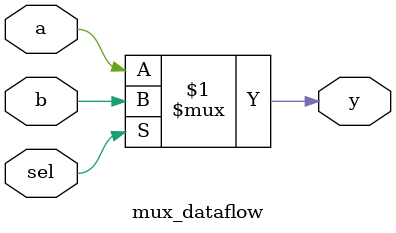
<source format=v>

module mux_dataflow (input a, input b, input sel, output y);
    assign y = sel ? b : a;
endmodule

</source>
